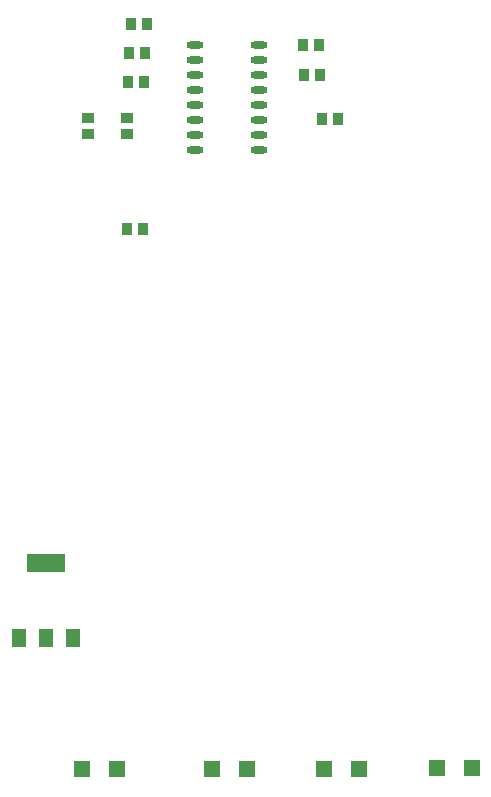
<source format=gbp>
G04*
G04 #@! TF.GenerationSoftware,Altium Limited,Altium Designer,19.1.8 (144)*
G04*
G04 Layer_Color=128*
%FSLAX25Y25*%
%MOIN*%
G70*
G01*
G75*
%ADD21O,0.05709X0.02362*%
%ADD33R,0.05315X0.05709*%
%ADD34R,0.03543X0.03937*%
%ADD35R,0.03937X0.03543*%
%ADD75R,0.04724X0.05906*%
%ADD76R,0.12992X0.05906*%
D21*
X143595Y269582D02*
D03*
Y274582D02*
D03*
Y279582D02*
D03*
Y284582D02*
D03*
Y289582D02*
D03*
Y294582D02*
D03*
Y299582D02*
D03*
Y304582D02*
D03*
X165051Y269582D02*
D03*
Y274582D02*
D03*
Y279582D02*
D03*
Y284582D02*
D03*
Y289582D02*
D03*
Y294582D02*
D03*
Y299582D02*
D03*
Y304582D02*
D03*
D33*
X149453Y63047D02*
D03*
X161067D02*
D03*
X186756Y63047D02*
D03*
X198370D02*
D03*
X106146Y63047D02*
D03*
X117760D02*
D03*
X224256Y63539D02*
D03*
X235871D02*
D03*
D34*
X126279Y243307D02*
D03*
X120965D02*
D03*
X126575Y292225D02*
D03*
X121260D02*
D03*
X126857Y301800D02*
D03*
X121543D02*
D03*
X127559Y311417D02*
D03*
X122244D02*
D03*
X179785Y304500D02*
D03*
X185100D02*
D03*
X179985Y294600D02*
D03*
X185300D02*
D03*
X186122Y280020D02*
D03*
X191437D02*
D03*
D35*
X121063Y275000D02*
D03*
Y280315D02*
D03*
X107900Y274885D02*
D03*
Y280200D02*
D03*
D75*
X103055Y106803D02*
D03*
X94000D02*
D03*
X84945D02*
D03*
D76*
X94000Y132000D02*
D03*
M02*

</source>
